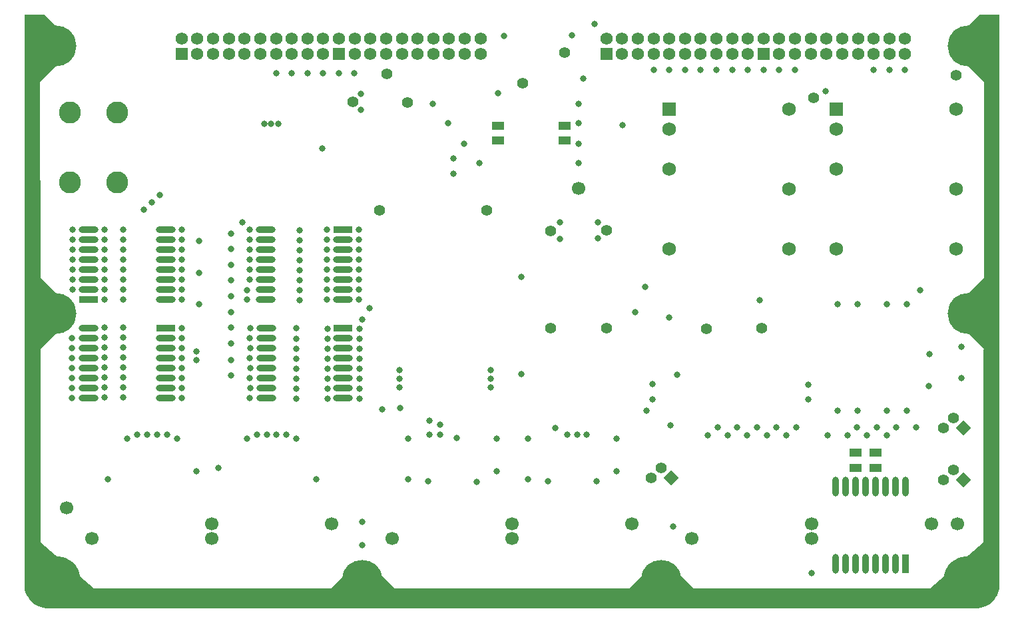
<source format=gbs>
G04*
G04 #@! TF.GenerationSoftware,Altium Limited,Altium Designer,20.1.11 (218)*
G04*
G04 Layer_Color=16711935*
%FSAX42Y42*%
%MOMM*%
G71*
G04*
G04 #@! TF.SameCoordinates,D071A55E-5AEF-410E-9220-4307AC36CE94*
G04*
G04*
G04 #@! TF.FilePolarity,Negative*
G04*
G01*
G75*
%ADD21O,0.90X2.49*%
%ADD22R,0.90X2.49*%
%ADD26R,1.50X1.00*%
%ADD27O,2.49X0.90*%
%ADD28R,2.49X0.90*%
%ADD44C,1.57*%
%ADD45R,1.57X1.57*%
%ADD46C,1.70*%
%ADD47R,1.73X1.73*%
%ADD48C,1.73*%
%ADD49C,1.40*%
%ADD50P,1.98X4X270.0*%
%ADD51C,2.80*%
%ADD52C,5.20*%
%ADD53C,6.20*%
%ADD54C,1.70*%
%ADD55C,0.80*%
G36*
X014940Y002841D02*
X014940Y002841D01*
X014940Y002822D01*
X014935Y002783D01*
X014925Y002745D01*
X014910Y002709D01*
X014890Y002675D01*
X014867Y002644D01*
X014839Y002616D01*
X014808Y002592D01*
X014774Y002573D01*
X014738Y002558D01*
X014700Y002548D01*
X014661Y002542D01*
X014642D01*
X002840Y002542D01*
X002840Y002542D01*
X002820Y002542D01*
X002781Y002548D01*
X002743Y002558D01*
X002707Y002573D01*
X002673Y002593D01*
X002642Y002616D01*
X002614Y002644D01*
X002590Y002675D01*
X002570Y002709D01*
X002555Y002746D01*
X002545Y002784D01*
X002540Y002823D01*
X002540Y002842D01*
X002540Y010091D01*
X002797D01*
X002941Y009947D01*
X002941Y009434D01*
X002741Y009233D01*
X002743Y006744D01*
X002941Y006546D01*
X002941Y006038D01*
X002743Y005839D01*
Y003378D01*
X003426Y002791D01*
X006434D01*
X006596Y002954D01*
X007087D01*
X007249Y002791D01*
X010234D01*
X010396Y002954D01*
X010886D01*
X011049Y002791D01*
X014054D01*
X014737Y003378D01*
Y005837D01*
X014740Y005839D01*
X014541Y006038D01*
Y006545D01*
X014742Y006746D01*
Y009238D01*
X014541Y009439D01*
Y009946D01*
X014686Y010091D01*
X014940D01*
Y002841D01*
D02*
G37*
D21*
X012859Y004088D02*
D03*
X012986D02*
D03*
X013113D02*
D03*
X013240D02*
D03*
X013367D02*
D03*
X013494D02*
D03*
X013621D02*
D03*
X013748D02*
D03*
X012859Y003110D02*
D03*
X012986D02*
D03*
X013113D02*
D03*
X013240D02*
D03*
X013367D02*
D03*
X013494D02*
D03*
X013621D02*
D03*
D22*
X013748D02*
D03*
D26*
X009410Y008680D02*
D03*
Y008490D02*
D03*
X008560Y008680D02*
D03*
Y008490D02*
D03*
X013367Y004520D02*
D03*
Y004330D02*
D03*
X013110Y004520D02*
D03*
Y004330D02*
D03*
D27*
X004338Y007355D02*
D03*
Y007228D02*
D03*
Y007101D02*
D03*
Y006974D02*
D03*
Y006847D02*
D03*
Y006720D02*
D03*
Y006593D02*
D03*
Y006466D02*
D03*
X003360Y007355D02*
D03*
Y007228D02*
D03*
Y007101D02*
D03*
Y006974D02*
D03*
Y006847D02*
D03*
Y006720D02*
D03*
Y006593D02*
D03*
X004338Y005980D02*
D03*
Y005853D02*
D03*
Y005726D02*
D03*
Y005599D02*
D03*
Y005472D02*
D03*
Y005345D02*
D03*
Y005218D02*
D03*
X003360Y006107D02*
D03*
Y005980D02*
D03*
Y005853D02*
D03*
Y005726D02*
D03*
Y005599D02*
D03*
Y005472D02*
D03*
Y005345D02*
D03*
Y005218D02*
D03*
X006593Y005973D02*
D03*
Y005846D02*
D03*
Y005719D02*
D03*
Y005592D02*
D03*
Y005465D02*
D03*
Y005338D02*
D03*
Y005211D02*
D03*
X005615Y006100D02*
D03*
Y005973D02*
D03*
Y005846D02*
D03*
Y005719D02*
D03*
Y005592D02*
D03*
Y005465D02*
D03*
Y005338D02*
D03*
Y005211D02*
D03*
X006587Y007228D02*
D03*
Y007101D02*
D03*
Y006974D02*
D03*
Y006847D02*
D03*
Y006720D02*
D03*
Y006593D02*
D03*
Y006466D02*
D03*
X005610Y007355D02*
D03*
Y007228D02*
D03*
Y007101D02*
D03*
Y006974D02*
D03*
Y006847D02*
D03*
Y006720D02*
D03*
Y006593D02*
D03*
Y006466D02*
D03*
D28*
X003360D02*
D03*
X004338Y006107D02*
D03*
X006593Y006100D02*
D03*
X006587Y007355D02*
D03*
D44*
X012540Y009590D02*
D03*
X012340D02*
D03*
X012740Y009790D02*
D03*
Y009590D02*
D03*
X012540Y009790D02*
D03*
X012340D02*
D03*
X012140D02*
D03*
Y009590D02*
D03*
X011940Y009790D02*
D03*
X012940D02*
D03*
X013140Y009590D02*
D03*
Y009790D02*
D03*
X012940Y009590D02*
D03*
X013340Y009790D02*
D03*
X013540Y009590D02*
D03*
Y009790D02*
D03*
X013340Y009590D02*
D03*
X013740Y009790D02*
D03*
Y009590D02*
D03*
X010540D02*
D03*
X010340D02*
D03*
X010740Y009790D02*
D03*
Y009590D02*
D03*
X010540Y009790D02*
D03*
X010340D02*
D03*
X010140D02*
D03*
Y009590D02*
D03*
X009940Y009790D02*
D03*
X010940D02*
D03*
X011140Y009590D02*
D03*
Y009790D02*
D03*
X010940Y009590D02*
D03*
X011340Y009790D02*
D03*
X011540Y009590D02*
D03*
Y009790D02*
D03*
X011340Y009590D02*
D03*
X011740Y009790D02*
D03*
Y009590D02*
D03*
X007140D02*
D03*
X006940D02*
D03*
X007340Y009790D02*
D03*
Y009590D02*
D03*
X007140Y009790D02*
D03*
X006940D02*
D03*
X006740D02*
D03*
Y009590D02*
D03*
X006540Y009790D02*
D03*
X007540D02*
D03*
X007740Y009590D02*
D03*
Y009790D02*
D03*
X007540Y009590D02*
D03*
X007940Y009790D02*
D03*
X008140Y009590D02*
D03*
Y009790D02*
D03*
X007940Y009590D02*
D03*
X008340Y009790D02*
D03*
Y009590D02*
D03*
X005140D02*
D03*
X004940D02*
D03*
X005340Y009790D02*
D03*
Y009590D02*
D03*
X005140Y009790D02*
D03*
X004940D02*
D03*
X004740D02*
D03*
Y009590D02*
D03*
X004540Y009790D02*
D03*
X005540D02*
D03*
X005740Y009590D02*
D03*
Y009790D02*
D03*
X005540Y009590D02*
D03*
X005940Y009790D02*
D03*
X006140Y009590D02*
D03*
Y009790D02*
D03*
X005940Y009590D02*
D03*
X006340Y009790D02*
D03*
Y009590D02*
D03*
D45*
X011940D02*
D03*
X009940D02*
D03*
X006540D02*
D03*
X004540D02*
D03*
D46*
X012549Y003615D02*
D03*
X011025Y003425D02*
D03*
X010264Y003615D02*
D03*
X008740Y003425D02*
D03*
Y003615D02*
D03*
X007216Y003425D02*
D03*
X014074Y003615D02*
D03*
X012550Y003425D02*
D03*
X004924Y003615D02*
D03*
X003400Y003425D02*
D03*
X006444Y003615D02*
D03*
X004920Y003425D02*
D03*
D47*
X010740Y008888D02*
D03*
X012866D02*
D03*
D48*
X010740Y008634D02*
D03*
Y008126D02*
D03*
Y007110D02*
D03*
X012264D02*
D03*
Y007872D02*
D03*
Y008888D02*
D03*
X012866Y008634D02*
D03*
Y008126D02*
D03*
Y007110D02*
D03*
X014390D02*
D03*
Y007872D02*
D03*
Y008888D02*
D03*
D49*
X010637Y004327D02*
D03*
X010510Y004200D02*
D03*
X014350Y004300D02*
D03*
X014223Y004173D02*
D03*
X014353Y004957D02*
D03*
X014226Y004830D02*
D03*
X007145Y009340D02*
D03*
X008878Y009222D02*
D03*
X009407Y009610D02*
D03*
X012580Y009030D02*
D03*
X014390Y009320D02*
D03*
X006720Y008980D02*
D03*
X007410Y008975D02*
D03*
X009235Y007341D02*
D03*
X009940Y007345D02*
D03*
X009235Y006101D02*
D03*
X009940Y006105D02*
D03*
X011920Y006100D02*
D03*
X011216Y006096D02*
D03*
X008420Y007600D02*
D03*
X007060D02*
D03*
D50*
X010764Y004200D02*
D03*
X014477Y004173D02*
D03*
X014480Y004830D02*
D03*
D51*
X003720Y007961D02*
D03*
Y008850D02*
D03*
X003120Y007960D02*
D03*
Y008849D02*
D03*
D52*
X002941Y009693D02*
D03*
Y006292D02*
D03*
X006840Y002891D02*
D03*
X010640D02*
D03*
X014541Y006292D02*
D03*
Y009693D02*
D03*
D53*
X002941Y002891D02*
D03*
X014541D02*
D03*
D54*
X014402Y003612D02*
D03*
X003075Y003820D02*
D03*
X009585Y007882D02*
D03*
D55*
X013340Y009390D02*
D03*
X013540D02*
D03*
X013740D02*
D03*
X011738Y009388D02*
D03*
X012340Y009393D02*
D03*
X012140Y009390D02*
D03*
X011940D02*
D03*
X012730Y009122D02*
D03*
X005740Y009350D02*
D03*
X005938D02*
D03*
X006140D02*
D03*
X006340D02*
D03*
X006540D02*
D03*
X008643Y009820D02*
D03*
X009788Y009975D02*
D03*
X009503Y009830D02*
D03*
X009645Y009275D02*
D03*
X010150Y008690D02*
D03*
X009590Y008450D02*
D03*
Y008710D02*
D03*
Y008200D02*
D03*
Y008960D02*
D03*
X008560Y009090D02*
D03*
X007730Y008960D02*
D03*
X007930Y008710D02*
D03*
X008130Y008453D02*
D03*
X008330Y008200D02*
D03*
X011540Y009390D02*
D03*
X011340D02*
D03*
X011140D02*
D03*
X010940D02*
D03*
X009350Y007240D02*
D03*
X009833Y007452D02*
D03*
X009836Y007250D02*
D03*
X009347Y007452D02*
D03*
X010540Y009390D02*
D03*
X010740D02*
D03*
X013930Y006590D02*
D03*
X010450Y005050D02*
D03*
X007090Y005070D02*
D03*
X006040Y006590D02*
D03*
X014040Y005370D02*
D03*
X014050Y005770D02*
D03*
X011353Y004840D02*
D03*
X011230Y004740D02*
D03*
X011480D02*
D03*
X011603Y004840D02*
D03*
X011730Y004740D02*
D03*
X012103Y004840D02*
D03*
X012230Y004740D02*
D03*
X011853Y004840D02*
D03*
X011980Y004740D02*
D03*
X012353Y004840D02*
D03*
X011890Y006460D02*
D03*
X010740Y006240D02*
D03*
X006820Y008880D02*
D03*
X006817Y009082D02*
D03*
X007998Y008072D02*
D03*
X007998Y008260D02*
D03*
X006332Y008388D02*
D03*
X010842Y005513D02*
D03*
X008862Y006758D02*
D03*
X008860Y005520D02*
D03*
X010430Y006630D02*
D03*
X012512Y005382D02*
D03*
X010530Y005390D02*
D03*
X014460Y005470D02*
D03*
Y005870D02*
D03*
X010310Y006308D02*
D03*
X012512Y005194D02*
D03*
X010530Y005202D02*
D03*
X010760Y004870D02*
D03*
X010790Y003580D02*
D03*
X012878Y005054D02*
D03*
X013134Y005052D02*
D03*
X013508D02*
D03*
X013762D02*
D03*
Y006410D02*
D03*
X013508D02*
D03*
X013134D02*
D03*
X012878Y006408D02*
D03*
X012550Y002990D02*
D03*
X013877Y004840D02*
D03*
X013627D02*
D03*
X013377D02*
D03*
X013127D02*
D03*
X012755Y004740D02*
D03*
X013005D02*
D03*
X013255D02*
D03*
X013505D02*
D03*
X009820Y004160D02*
D03*
X009200D02*
D03*
X008290Y004150D02*
D03*
X007417Y004699D02*
D03*
X007310Y005570D02*
D03*
Y005460D02*
D03*
Y005350D02*
D03*
X008470D02*
D03*
Y005460D02*
D03*
Y005570D02*
D03*
X006840Y003640D02*
D03*
Y003340D02*
D03*
X007317Y005088D02*
D03*
X007690Y004930D02*
D03*
X009290Y004830D02*
D03*
X007830Y004880D02*
D03*
Y004750D02*
D03*
X007690D02*
D03*
X004730Y005810D02*
D03*
X008040Y004710D02*
D03*
X005590Y008700D02*
D03*
X004260Y007800D02*
D03*
X004060Y007610D02*
D03*
X003800Y006468D02*
D03*
Y005220D02*
D03*
X003558D02*
D03*
X005770Y008700D02*
D03*
X006250Y004180D02*
D03*
X005010Y004330D02*
D03*
X006930Y006360D02*
D03*
X006840Y006210D02*
D03*
X005370Y006590D02*
D03*
Y006470D02*
D03*
X006000Y005969D02*
D03*
Y006100D02*
D03*
X005310Y007450D02*
D03*
X006802Y006099D02*
D03*
X004730Y005700D02*
D03*
X004160Y007700D02*
D03*
X006730Y009350D02*
D03*
X005680Y008700D02*
D03*
X006793Y007231D02*
D03*
Y007104D02*
D03*
Y006723D02*
D03*
Y006469D02*
D03*
X005170Y005910D02*
D03*
X005170Y005500D02*
D03*
X005170Y006710D02*
D03*
X006793Y007358D02*
D03*
Y006977D02*
D03*
Y006850D02*
D03*
Y006596D02*
D03*
X006390Y007226D02*
D03*
Y006972D02*
D03*
Y006845D02*
D03*
Y006591D02*
D03*
X006040Y007224D02*
D03*
Y006970D02*
D03*
Y006843D02*
D03*
Y006462D02*
D03*
X005403Y007228D02*
D03*
Y006974D02*
D03*
X005405Y006847D02*
D03*
X006390Y007353D02*
D03*
Y007099D02*
D03*
Y006718D02*
D03*
Y006464D02*
D03*
X006040Y007351D02*
D03*
Y007097D02*
D03*
Y006716D02*
D03*
X005405Y007101D02*
D03*
Y007355D02*
D03*
X005403Y006720D02*
D03*
X005170Y005700D02*
D03*
X005170Y006110D02*
D03*
Y006310D02*
D03*
Y006510D02*
D03*
X005170Y006910D02*
D03*
Y007110D02*
D03*
X005170Y007310D02*
D03*
X004760Y006410D02*
D03*
X004760Y006810D02*
D03*
Y007210D02*
D03*
X006804Y005972D02*
D03*
Y005718D02*
D03*
X006802Y005845D02*
D03*
X006804Y005464D02*
D03*
X006802Y005591D02*
D03*
X006804Y005210D02*
D03*
X006802Y005337D02*
D03*
X003145Y005345D02*
D03*
X003147Y005218D02*
D03*
X003145Y005599D02*
D03*
X003147Y005472D02*
D03*
X003145Y005853D02*
D03*
X003147Y005726D02*
D03*
Y005980D02*
D03*
X005410Y005338D02*
D03*
X005408Y005211D02*
D03*
X005410Y005592D02*
D03*
X005408Y005465D02*
D03*
X005410Y005846D02*
D03*
X005408Y005719D02*
D03*
X005410Y006100D02*
D03*
X005408Y005973D02*
D03*
X004545Y005345D02*
D03*
X004543Y005218D02*
D03*
X004545Y005599D02*
D03*
X004543Y005472D02*
D03*
X004545Y005853D02*
D03*
X004543Y005726D02*
D03*
X004545Y006107D02*
D03*
X004543Y005980D02*
D03*
X004545Y006593D02*
D03*
X004543Y006466D02*
D03*
X004545Y006847D02*
D03*
X004543Y006720D02*
D03*
X004545Y007101D02*
D03*
X004543Y006974D02*
D03*
X004545Y007355D02*
D03*
X004543Y007228D02*
D03*
X003156Y006591D02*
D03*
X003155Y006722D02*
D03*
Y006849D02*
D03*
Y006976D02*
D03*
Y007103D02*
D03*
Y007230D02*
D03*
X003153Y007357D02*
D03*
X003800Y005349D02*
D03*
Y005476D02*
D03*
Y005603D02*
D03*
Y005730D02*
D03*
Y005857D02*
D03*
Y005984D02*
D03*
Y006111D02*
D03*
X003558Y005347D02*
D03*
Y005474D02*
D03*
Y005601D02*
D03*
Y005728D02*
D03*
Y005855D02*
D03*
Y005982D02*
D03*
Y006109D02*
D03*
X006000Y005842D02*
D03*
Y005715D02*
D03*
Y005588D02*
D03*
Y005461D02*
D03*
Y005334D02*
D03*
Y005207D02*
D03*
X006395Y006098D02*
D03*
Y005971D02*
D03*
Y005844D02*
D03*
Y005717D02*
D03*
Y005590D02*
D03*
Y005463D02*
D03*
Y005336D02*
D03*
Y005209D02*
D03*
X003558Y007357D02*
D03*
Y007230D02*
D03*
Y007103D02*
D03*
Y006976D02*
D03*
Y006849D02*
D03*
Y006722D02*
D03*
Y006595D02*
D03*
Y006468D02*
D03*
X003800Y007359D02*
D03*
Y007232D02*
D03*
Y007105D02*
D03*
Y006978D02*
D03*
Y006851D02*
D03*
Y006724D02*
D03*
Y006597D02*
D03*
X008941Y004699D02*
D03*
X010067Y004699D02*
D03*
X008543D02*
D03*
X009568Y004750D02*
D03*
X009441D02*
D03*
X009691D02*
D03*
X005497D02*
D03*
X005747D02*
D03*
X005621D02*
D03*
X005871D02*
D03*
X004351D02*
D03*
X004101D02*
D03*
X010067Y004280D02*
D03*
X008543D02*
D03*
X008943Y004184D02*
D03*
X007419D02*
D03*
X004228Y004750D02*
D03*
X003978D02*
D03*
X007670Y004153D02*
D03*
X004478Y004700D02*
D03*
X005997D02*
D03*
X005371Y004699D02*
D03*
X003851D02*
D03*
X003600Y004180D02*
D03*
X004727Y004280D02*
D03*
M02*

</source>
